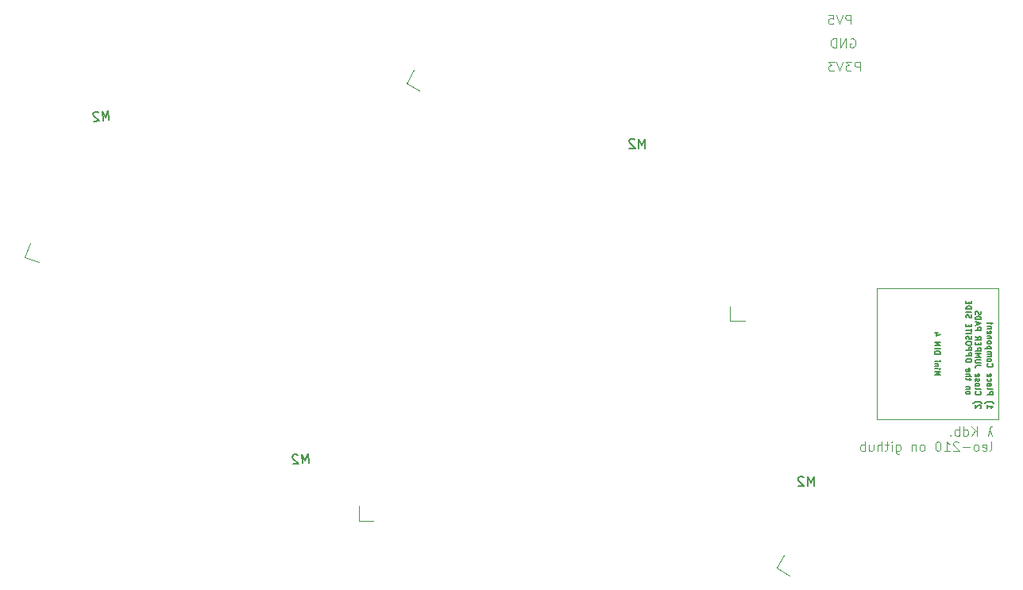
<source format=gbr>
%TF.GenerationSoftware,KiCad,Pcbnew,9.0.3*%
%TF.CreationDate,2025-07-20T18:48:36+02:00*%
%TF.ProjectId,kdb-v1,6b64622d-7631-42e6-9b69-6361645f7063,v1.0.0*%
%TF.SameCoordinates,Original*%
%TF.FileFunction,Legend,Bot*%
%TF.FilePolarity,Positive*%
%FSLAX46Y46*%
G04 Gerber Fmt 4.6, Leading zero omitted, Abs format (unit mm)*
G04 Created by KiCad (PCBNEW 9.0.3) date 2025-07-20 18:48:36*
%MOMM*%
%LPD*%
G01*
G04 APERTURE LIST*
%ADD10C,0.125000*%
%ADD11C,0.150000*%
%ADD12C,0.100000*%
%ADD13C,0.120000*%
G04 APERTURE END LIST*
D10*
X203036811Y-91094508D02*
X203274906Y-91761175D01*
X203274906Y-90761175D02*
X203179668Y-90761175D01*
X203179668Y-90761175D02*
X203132049Y-90808794D01*
X203132049Y-90808794D02*
X203036811Y-91094508D01*
X203036811Y-91094508D02*
X202798716Y-91761175D01*
X201655858Y-91761175D02*
X201655858Y-90761175D01*
X201084430Y-91761175D02*
X201513001Y-91189746D01*
X201084430Y-90761175D02*
X201655858Y-91332603D01*
X200227287Y-91761175D02*
X200227287Y-90761175D01*
X200227287Y-91713556D02*
X200322525Y-91761175D01*
X200322525Y-91761175D02*
X200513001Y-91761175D01*
X200513001Y-91761175D02*
X200608239Y-91713556D01*
X200608239Y-91713556D02*
X200655858Y-91665936D01*
X200655858Y-91665936D02*
X200703477Y-91570698D01*
X200703477Y-91570698D02*
X200703477Y-91284984D01*
X200703477Y-91284984D02*
X200655858Y-91189746D01*
X200655858Y-91189746D02*
X200608239Y-91142127D01*
X200608239Y-91142127D02*
X200513001Y-91094508D01*
X200513001Y-91094508D02*
X200322525Y-91094508D01*
X200322525Y-91094508D02*
X200227287Y-91142127D01*
X199751096Y-91761175D02*
X199751096Y-90761175D01*
X199751096Y-91142127D02*
X199655858Y-91094508D01*
X199655858Y-91094508D02*
X199465382Y-91094508D01*
X199465382Y-91094508D02*
X199370144Y-91142127D01*
X199370144Y-91142127D02*
X199322525Y-91189746D01*
X199322525Y-91189746D02*
X199274906Y-91284984D01*
X199274906Y-91284984D02*
X199274906Y-91570698D01*
X199274906Y-91570698D02*
X199322525Y-91665936D01*
X199322525Y-91665936D02*
X199370144Y-91713556D01*
X199370144Y-91713556D02*
X199465382Y-91761175D01*
X199465382Y-91761175D02*
X199655858Y-91761175D01*
X199655858Y-91761175D02*
X199751096Y-91713556D01*
X198846334Y-91665936D02*
X198798715Y-91713556D01*
X198798715Y-91713556D02*
X198846334Y-91761175D01*
X198846334Y-91761175D02*
X198893953Y-91713556D01*
X198893953Y-91713556D02*
X198846334Y-91665936D01*
X198846334Y-91665936D02*
X198846334Y-91761175D01*
X203036811Y-93371119D02*
X203132049Y-93323500D01*
X203132049Y-93323500D02*
X203179668Y-93228261D01*
X203179668Y-93228261D02*
X203179668Y-92371119D01*
X202274906Y-93323500D02*
X202370144Y-93371119D01*
X202370144Y-93371119D02*
X202560620Y-93371119D01*
X202560620Y-93371119D02*
X202655858Y-93323500D01*
X202655858Y-93323500D02*
X202703477Y-93228261D01*
X202703477Y-93228261D02*
X202703477Y-92847309D01*
X202703477Y-92847309D02*
X202655858Y-92752071D01*
X202655858Y-92752071D02*
X202560620Y-92704452D01*
X202560620Y-92704452D02*
X202370144Y-92704452D01*
X202370144Y-92704452D02*
X202274906Y-92752071D01*
X202274906Y-92752071D02*
X202227287Y-92847309D01*
X202227287Y-92847309D02*
X202227287Y-92942547D01*
X202227287Y-92942547D02*
X202703477Y-93037785D01*
X201655858Y-93371119D02*
X201751096Y-93323500D01*
X201751096Y-93323500D02*
X201798715Y-93275880D01*
X201798715Y-93275880D02*
X201846334Y-93180642D01*
X201846334Y-93180642D02*
X201846334Y-92894928D01*
X201846334Y-92894928D02*
X201798715Y-92799690D01*
X201798715Y-92799690D02*
X201751096Y-92752071D01*
X201751096Y-92752071D02*
X201655858Y-92704452D01*
X201655858Y-92704452D02*
X201513001Y-92704452D01*
X201513001Y-92704452D02*
X201417763Y-92752071D01*
X201417763Y-92752071D02*
X201370144Y-92799690D01*
X201370144Y-92799690D02*
X201322525Y-92894928D01*
X201322525Y-92894928D02*
X201322525Y-93180642D01*
X201322525Y-93180642D02*
X201370144Y-93275880D01*
X201370144Y-93275880D02*
X201417763Y-93323500D01*
X201417763Y-93323500D02*
X201513001Y-93371119D01*
X201513001Y-93371119D02*
X201655858Y-93371119D01*
X200893953Y-92990166D02*
X200132049Y-92990166D01*
X199703477Y-92466357D02*
X199655858Y-92418738D01*
X199655858Y-92418738D02*
X199560620Y-92371119D01*
X199560620Y-92371119D02*
X199322525Y-92371119D01*
X199322525Y-92371119D02*
X199227287Y-92418738D01*
X199227287Y-92418738D02*
X199179668Y-92466357D01*
X199179668Y-92466357D02*
X199132049Y-92561595D01*
X199132049Y-92561595D02*
X199132049Y-92656833D01*
X199132049Y-92656833D02*
X199179668Y-92799690D01*
X199179668Y-92799690D02*
X199751096Y-93371119D01*
X199751096Y-93371119D02*
X199132049Y-93371119D01*
X198179668Y-93371119D02*
X198751096Y-93371119D01*
X198465382Y-93371119D02*
X198465382Y-92371119D01*
X198465382Y-92371119D02*
X198560620Y-92513976D01*
X198560620Y-92513976D02*
X198655858Y-92609214D01*
X198655858Y-92609214D02*
X198751096Y-92656833D01*
X197560620Y-92371119D02*
X197465382Y-92371119D01*
X197465382Y-92371119D02*
X197370144Y-92418738D01*
X197370144Y-92418738D02*
X197322525Y-92466357D01*
X197322525Y-92466357D02*
X197274906Y-92561595D01*
X197274906Y-92561595D02*
X197227287Y-92752071D01*
X197227287Y-92752071D02*
X197227287Y-92990166D01*
X197227287Y-92990166D02*
X197274906Y-93180642D01*
X197274906Y-93180642D02*
X197322525Y-93275880D01*
X197322525Y-93275880D02*
X197370144Y-93323500D01*
X197370144Y-93323500D02*
X197465382Y-93371119D01*
X197465382Y-93371119D02*
X197560620Y-93371119D01*
X197560620Y-93371119D02*
X197655858Y-93323500D01*
X197655858Y-93323500D02*
X197703477Y-93275880D01*
X197703477Y-93275880D02*
X197751096Y-93180642D01*
X197751096Y-93180642D02*
X197798715Y-92990166D01*
X197798715Y-92990166D02*
X197798715Y-92752071D01*
X197798715Y-92752071D02*
X197751096Y-92561595D01*
X197751096Y-92561595D02*
X197703477Y-92466357D01*
X197703477Y-92466357D02*
X197655858Y-92418738D01*
X197655858Y-92418738D02*
X197560620Y-92371119D01*
X195893953Y-93371119D02*
X195989191Y-93323500D01*
X195989191Y-93323500D02*
X196036810Y-93275880D01*
X196036810Y-93275880D02*
X196084429Y-93180642D01*
X196084429Y-93180642D02*
X196084429Y-92894928D01*
X196084429Y-92894928D02*
X196036810Y-92799690D01*
X196036810Y-92799690D02*
X195989191Y-92752071D01*
X195989191Y-92752071D02*
X195893953Y-92704452D01*
X195893953Y-92704452D02*
X195751096Y-92704452D01*
X195751096Y-92704452D02*
X195655858Y-92752071D01*
X195655858Y-92752071D02*
X195608239Y-92799690D01*
X195608239Y-92799690D02*
X195560620Y-92894928D01*
X195560620Y-92894928D02*
X195560620Y-93180642D01*
X195560620Y-93180642D02*
X195608239Y-93275880D01*
X195608239Y-93275880D02*
X195655858Y-93323500D01*
X195655858Y-93323500D02*
X195751096Y-93371119D01*
X195751096Y-93371119D02*
X195893953Y-93371119D01*
X195132048Y-92704452D02*
X195132048Y-93371119D01*
X195132048Y-92799690D02*
X195084429Y-92752071D01*
X195084429Y-92752071D02*
X194989191Y-92704452D01*
X194989191Y-92704452D02*
X194846334Y-92704452D01*
X194846334Y-92704452D02*
X194751096Y-92752071D01*
X194751096Y-92752071D02*
X194703477Y-92847309D01*
X194703477Y-92847309D02*
X194703477Y-93371119D01*
X193036810Y-92704452D02*
X193036810Y-93513976D01*
X193036810Y-93513976D02*
X193084429Y-93609214D01*
X193084429Y-93609214D02*
X193132048Y-93656833D01*
X193132048Y-93656833D02*
X193227286Y-93704452D01*
X193227286Y-93704452D02*
X193370143Y-93704452D01*
X193370143Y-93704452D02*
X193465381Y-93656833D01*
X193036810Y-93323500D02*
X193132048Y-93371119D01*
X193132048Y-93371119D02*
X193322524Y-93371119D01*
X193322524Y-93371119D02*
X193417762Y-93323500D01*
X193417762Y-93323500D02*
X193465381Y-93275880D01*
X193465381Y-93275880D02*
X193513000Y-93180642D01*
X193513000Y-93180642D02*
X193513000Y-92894928D01*
X193513000Y-92894928D02*
X193465381Y-92799690D01*
X193465381Y-92799690D02*
X193417762Y-92752071D01*
X193417762Y-92752071D02*
X193322524Y-92704452D01*
X193322524Y-92704452D02*
X193132048Y-92704452D01*
X193132048Y-92704452D02*
X193036810Y-92752071D01*
X192560619Y-93371119D02*
X192560619Y-92704452D01*
X192560619Y-92371119D02*
X192608238Y-92418738D01*
X192608238Y-92418738D02*
X192560619Y-92466357D01*
X192560619Y-92466357D02*
X192513000Y-92418738D01*
X192513000Y-92418738D02*
X192560619Y-92371119D01*
X192560619Y-92371119D02*
X192560619Y-92466357D01*
X192227286Y-92704452D02*
X191846334Y-92704452D01*
X192084429Y-92371119D02*
X192084429Y-93228261D01*
X192084429Y-93228261D02*
X192036810Y-93323500D01*
X192036810Y-93323500D02*
X191941572Y-93371119D01*
X191941572Y-93371119D02*
X191846334Y-93371119D01*
X191513000Y-93371119D02*
X191513000Y-92371119D01*
X191084429Y-93371119D02*
X191084429Y-92847309D01*
X191084429Y-92847309D02*
X191132048Y-92752071D01*
X191132048Y-92752071D02*
X191227286Y-92704452D01*
X191227286Y-92704452D02*
X191370143Y-92704452D01*
X191370143Y-92704452D02*
X191465381Y-92752071D01*
X191465381Y-92752071D02*
X191513000Y-92799690D01*
X190179667Y-92704452D02*
X190179667Y-93371119D01*
X190608238Y-92704452D02*
X190608238Y-93228261D01*
X190608238Y-93228261D02*
X190560619Y-93323500D01*
X190560619Y-93323500D02*
X190465381Y-93371119D01*
X190465381Y-93371119D02*
X190322524Y-93371119D01*
X190322524Y-93371119D02*
X190227286Y-93323500D01*
X190227286Y-93323500D02*
X190179667Y-93275880D01*
X189703476Y-93371119D02*
X189703476Y-92371119D01*
X189703476Y-92752071D02*
X189608238Y-92704452D01*
X189608238Y-92704452D02*
X189417762Y-92704452D01*
X189417762Y-92704452D02*
X189322524Y-92752071D01*
X189322524Y-92752071D02*
X189274905Y-92799690D01*
X189274905Y-92799690D02*
X189227286Y-92894928D01*
X189227286Y-92894928D02*
X189227286Y-93180642D01*
X189227286Y-93180642D02*
X189274905Y-93275880D01*
X189274905Y-93275880D02*
X189322524Y-93323500D01*
X189322524Y-93323500D02*
X189417762Y-93371119D01*
X189417762Y-93371119D02*
X189608238Y-93371119D01*
X189608238Y-93371119D02*
X189703476Y-93323500D01*
D11*
X130411934Y-94631045D02*
X130324778Y-93634850D01*
X130324778Y-93634850D02*
X130054967Y-94375470D01*
X130054967Y-94375470D02*
X129660648Y-93692954D01*
X129660648Y-93692954D02*
X129747804Y-94689149D01*
X129242008Y-93825182D02*
X129190420Y-93781895D01*
X129190420Y-93781895D02*
X129091394Y-93742758D01*
X129091394Y-93742758D02*
X128854205Y-93763509D01*
X128854205Y-93763509D02*
X128763480Y-93819247D01*
X128763480Y-93819247D02*
X128720192Y-93870835D01*
X128720192Y-93870835D02*
X128681055Y-93969861D01*
X128681055Y-93969861D02*
X128689355Y-94064737D01*
X128689355Y-94064737D02*
X128749244Y-94202900D01*
X128749244Y-94202900D02*
X129368301Y-94722351D01*
X129368301Y-94722351D02*
X128751610Y-94776305D01*
D10*
X188155859Y-49418738D02*
X188251097Y-49371119D01*
X188251097Y-49371119D02*
X188393954Y-49371119D01*
X188393954Y-49371119D02*
X188536811Y-49418738D01*
X188536811Y-49418738D02*
X188632049Y-49513976D01*
X188632049Y-49513976D02*
X188679668Y-49609214D01*
X188679668Y-49609214D02*
X188727287Y-49799690D01*
X188727287Y-49799690D02*
X188727287Y-49942547D01*
X188727287Y-49942547D02*
X188679668Y-50133023D01*
X188679668Y-50133023D02*
X188632049Y-50228261D01*
X188632049Y-50228261D02*
X188536811Y-50323500D01*
X188536811Y-50323500D02*
X188393954Y-50371119D01*
X188393954Y-50371119D02*
X188298716Y-50371119D01*
X188298716Y-50371119D02*
X188155859Y-50323500D01*
X188155859Y-50323500D02*
X188108240Y-50275880D01*
X188108240Y-50275880D02*
X188108240Y-49942547D01*
X188108240Y-49942547D02*
X188298716Y-49942547D01*
X187679668Y-50371119D02*
X187679668Y-49371119D01*
X187679668Y-49371119D02*
X187108240Y-50371119D01*
X187108240Y-50371119D02*
X187108240Y-49371119D01*
X186632049Y-50371119D02*
X186632049Y-49371119D01*
X186632049Y-49371119D02*
X186393954Y-49371119D01*
X186393954Y-49371119D02*
X186251097Y-49418738D01*
X186251097Y-49418738D02*
X186155859Y-49513976D01*
X186155859Y-49513976D02*
X186108240Y-49609214D01*
X186108240Y-49609214D02*
X186060621Y-49799690D01*
X186060621Y-49799690D02*
X186060621Y-49942547D01*
X186060621Y-49942547D02*
X186108240Y-50133023D01*
X186108240Y-50133023D02*
X186155859Y-50228261D01*
X186155859Y-50228261D02*
X186251097Y-50323500D01*
X186251097Y-50323500D02*
X186393954Y-50371119D01*
X186393954Y-50371119D02*
X186632049Y-50371119D01*
D11*
X184257388Y-97097229D02*
X184257388Y-96097229D01*
X184257388Y-96097229D02*
X183924055Y-96811514D01*
X183924055Y-96811514D02*
X183590722Y-96097229D01*
X183590722Y-96097229D02*
X183590722Y-97097229D01*
X183162150Y-96192467D02*
X183114531Y-96144848D01*
X183114531Y-96144848D02*
X183019293Y-96097229D01*
X183019293Y-96097229D02*
X182781198Y-96097229D01*
X182781198Y-96097229D02*
X182685960Y-96144848D01*
X182685960Y-96144848D02*
X182638341Y-96192467D01*
X182638341Y-96192467D02*
X182590722Y-96287705D01*
X182590722Y-96287705D02*
X182590722Y-96382943D01*
X182590722Y-96382943D02*
X182638341Y-96525800D01*
X182638341Y-96525800D02*
X183209769Y-97097229D01*
X183209769Y-97097229D02*
X182590722Y-97097229D01*
X109146723Y-58095401D02*
X109059567Y-57099206D01*
X109059567Y-57099206D02*
X108789756Y-57839826D01*
X108789756Y-57839826D02*
X108395437Y-57157310D01*
X108395437Y-57157310D02*
X108482593Y-58153505D01*
X107976797Y-57289538D02*
X107925209Y-57246251D01*
X107925209Y-57246251D02*
X107826183Y-57207114D01*
X107826183Y-57207114D02*
X107588994Y-57227865D01*
X107588994Y-57227865D02*
X107498269Y-57283603D01*
X107498269Y-57283603D02*
X107454981Y-57335191D01*
X107454981Y-57335191D02*
X107415844Y-57434217D01*
X107415844Y-57434217D02*
X107424144Y-57529093D01*
X107424144Y-57529093D02*
X107484033Y-57667256D01*
X107484033Y-57667256D02*
X108103090Y-58186707D01*
X108103090Y-58186707D02*
X107486399Y-58240661D01*
X166257388Y-61097229D02*
X166257388Y-60097229D01*
X166257388Y-60097229D02*
X165924055Y-60811514D01*
X165924055Y-60811514D02*
X165590722Y-60097229D01*
X165590722Y-60097229D02*
X165590722Y-61097229D01*
X165162150Y-60192467D02*
X165114531Y-60144848D01*
X165114531Y-60144848D02*
X165019293Y-60097229D01*
X165019293Y-60097229D02*
X164781198Y-60097229D01*
X164781198Y-60097229D02*
X164685960Y-60144848D01*
X164685960Y-60144848D02*
X164638341Y-60192467D01*
X164638341Y-60192467D02*
X164590722Y-60287705D01*
X164590722Y-60287705D02*
X164590722Y-60382943D01*
X164590722Y-60382943D02*
X164638341Y-60525800D01*
X164638341Y-60525800D02*
X165209769Y-61097229D01*
X165209769Y-61097229D02*
X164590722Y-61097229D01*
D10*
X189179668Y-52871119D02*
X189179668Y-51871119D01*
X189179668Y-51871119D02*
X188798716Y-51871119D01*
X188798716Y-51871119D02*
X188703478Y-51918738D01*
X188703478Y-51918738D02*
X188655859Y-51966357D01*
X188655859Y-51966357D02*
X188608240Y-52061595D01*
X188608240Y-52061595D02*
X188608240Y-52204452D01*
X188608240Y-52204452D02*
X188655859Y-52299690D01*
X188655859Y-52299690D02*
X188703478Y-52347309D01*
X188703478Y-52347309D02*
X188798716Y-52394928D01*
X188798716Y-52394928D02*
X189179668Y-52394928D01*
X188274906Y-51871119D02*
X187655859Y-51871119D01*
X187655859Y-51871119D02*
X187989192Y-52252071D01*
X187989192Y-52252071D02*
X187846335Y-52252071D01*
X187846335Y-52252071D02*
X187751097Y-52299690D01*
X187751097Y-52299690D02*
X187703478Y-52347309D01*
X187703478Y-52347309D02*
X187655859Y-52442547D01*
X187655859Y-52442547D02*
X187655859Y-52680642D01*
X187655859Y-52680642D02*
X187703478Y-52775880D01*
X187703478Y-52775880D02*
X187751097Y-52823500D01*
X187751097Y-52823500D02*
X187846335Y-52871119D01*
X187846335Y-52871119D02*
X188132049Y-52871119D01*
X188132049Y-52871119D02*
X188227287Y-52823500D01*
X188227287Y-52823500D02*
X188274906Y-52775880D01*
X187370144Y-51871119D02*
X187036811Y-52871119D01*
X187036811Y-52871119D02*
X186703478Y-51871119D01*
X186465382Y-51871119D02*
X185846335Y-51871119D01*
X185846335Y-51871119D02*
X186179668Y-52252071D01*
X186179668Y-52252071D02*
X186036811Y-52252071D01*
X186036811Y-52252071D02*
X185941573Y-52299690D01*
X185941573Y-52299690D02*
X185893954Y-52347309D01*
X185893954Y-52347309D02*
X185846335Y-52442547D01*
X185846335Y-52442547D02*
X185846335Y-52680642D01*
X185846335Y-52680642D02*
X185893954Y-52775880D01*
X185893954Y-52775880D02*
X185941573Y-52823500D01*
X185941573Y-52823500D02*
X186036811Y-52871119D01*
X186036811Y-52871119D02*
X186322525Y-52871119D01*
X186322525Y-52871119D02*
X186417763Y-52823500D01*
X186417763Y-52823500D02*
X186465382Y-52775880D01*
X188179668Y-47871119D02*
X188179668Y-46871119D01*
X188179668Y-46871119D02*
X187798716Y-46871119D01*
X187798716Y-46871119D02*
X187703478Y-46918738D01*
X187703478Y-46918738D02*
X187655859Y-46966357D01*
X187655859Y-46966357D02*
X187608240Y-47061595D01*
X187608240Y-47061595D02*
X187608240Y-47204452D01*
X187608240Y-47204452D02*
X187655859Y-47299690D01*
X187655859Y-47299690D02*
X187703478Y-47347309D01*
X187703478Y-47347309D02*
X187798716Y-47394928D01*
X187798716Y-47394928D02*
X188179668Y-47394928D01*
X187322525Y-46871119D02*
X186989192Y-47871119D01*
X186989192Y-47871119D02*
X186655859Y-46871119D01*
X185846335Y-46871119D02*
X186322525Y-46871119D01*
X186322525Y-46871119D02*
X186370144Y-47347309D01*
X186370144Y-47347309D02*
X186322525Y-47299690D01*
X186322525Y-47299690D02*
X186227287Y-47252071D01*
X186227287Y-47252071D02*
X185989192Y-47252071D01*
X185989192Y-47252071D02*
X185893954Y-47299690D01*
X185893954Y-47299690D02*
X185846335Y-47347309D01*
X185846335Y-47347309D02*
X185798716Y-47442547D01*
X185798716Y-47442547D02*
X185798716Y-47680642D01*
X185798716Y-47680642D02*
X185846335Y-47775880D01*
X185846335Y-47775880D02*
X185893954Y-47823500D01*
X185893954Y-47823500D02*
X185989192Y-47871119D01*
X185989192Y-47871119D02*
X186227287Y-47871119D01*
X186227287Y-47871119D02*
X186322525Y-47823500D01*
X186322525Y-47823500D02*
X186370144Y-47775880D01*
D11*
X197138093Y-85299551D02*
X197738093Y-85299551D01*
X197738093Y-85299551D02*
X197309522Y-85099551D01*
X197309522Y-85099551D02*
X197738093Y-84899551D01*
X197738093Y-84899551D02*
X197138093Y-84899551D01*
X197138093Y-84613837D02*
X197538093Y-84613837D01*
X197738093Y-84613837D02*
X197709522Y-84642409D01*
X197709522Y-84642409D02*
X197680950Y-84613837D01*
X197680950Y-84613837D02*
X197709522Y-84585266D01*
X197709522Y-84585266D02*
X197738093Y-84613837D01*
X197738093Y-84613837D02*
X197680950Y-84613837D01*
X197538093Y-84328123D02*
X197138093Y-84328123D01*
X197480950Y-84328123D02*
X197509522Y-84299552D01*
X197509522Y-84299552D02*
X197538093Y-84242409D01*
X197538093Y-84242409D02*
X197538093Y-84156695D01*
X197538093Y-84156695D02*
X197509522Y-84099552D01*
X197509522Y-84099552D02*
X197452379Y-84070981D01*
X197452379Y-84070981D02*
X197138093Y-84070981D01*
X197138093Y-83785266D02*
X197538093Y-83785266D01*
X197738093Y-83785266D02*
X197709522Y-83813838D01*
X197709522Y-83813838D02*
X197680950Y-83785266D01*
X197680950Y-83785266D02*
X197709522Y-83756695D01*
X197709522Y-83756695D02*
X197738093Y-83785266D01*
X197738093Y-83785266D02*
X197680950Y-83785266D01*
X197138093Y-83042409D02*
X197738093Y-83042409D01*
X197738093Y-83042409D02*
X197738093Y-82899552D01*
X197738093Y-82899552D02*
X197709522Y-82813838D01*
X197709522Y-82813838D02*
X197652379Y-82756695D01*
X197652379Y-82756695D02*
X197595236Y-82728124D01*
X197595236Y-82728124D02*
X197480950Y-82699552D01*
X197480950Y-82699552D02*
X197395236Y-82699552D01*
X197395236Y-82699552D02*
X197280950Y-82728124D01*
X197280950Y-82728124D02*
X197223807Y-82756695D01*
X197223807Y-82756695D02*
X197166665Y-82813838D01*
X197166665Y-82813838D02*
X197138093Y-82899552D01*
X197138093Y-82899552D02*
X197138093Y-83042409D01*
X197138093Y-82442409D02*
X197738093Y-82442409D01*
X197138093Y-82156695D02*
X197738093Y-82156695D01*
X197738093Y-82156695D02*
X197138093Y-81813838D01*
X197138093Y-81813838D02*
X197738093Y-81813838D01*
X197538093Y-80813839D02*
X197138093Y-80813839D01*
X197766665Y-80956696D02*
X197338093Y-81099553D01*
X197338093Y-81099553D02*
X197338093Y-80728124D01*
X200489093Y-87215154D02*
X200517665Y-87272297D01*
X200517665Y-87272297D02*
X200546236Y-87300868D01*
X200546236Y-87300868D02*
X200603379Y-87329440D01*
X200603379Y-87329440D02*
X200774807Y-87329440D01*
X200774807Y-87329440D02*
X200831950Y-87300868D01*
X200831950Y-87300868D02*
X200860522Y-87272297D01*
X200860522Y-87272297D02*
X200889093Y-87215154D01*
X200889093Y-87215154D02*
X200889093Y-87129440D01*
X200889093Y-87129440D02*
X200860522Y-87072297D01*
X200860522Y-87072297D02*
X200831950Y-87043726D01*
X200831950Y-87043726D02*
X200774807Y-87015154D01*
X200774807Y-87015154D02*
X200603379Y-87015154D01*
X200603379Y-87015154D02*
X200546236Y-87043726D01*
X200546236Y-87043726D02*
X200517665Y-87072297D01*
X200517665Y-87072297D02*
X200489093Y-87129440D01*
X200489093Y-87129440D02*
X200489093Y-87215154D01*
X200889093Y-86758011D02*
X200489093Y-86758011D01*
X200831950Y-86758011D02*
X200860522Y-86729440D01*
X200860522Y-86729440D02*
X200889093Y-86672297D01*
X200889093Y-86672297D02*
X200889093Y-86586583D01*
X200889093Y-86586583D02*
X200860522Y-86529440D01*
X200860522Y-86529440D02*
X200803379Y-86500869D01*
X200803379Y-86500869D02*
X200489093Y-86500869D01*
X200889093Y-85843726D02*
X200889093Y-85615154D01*
X201089093Y-85758011D02*
X200574807Y-85758011D01*
X200574807Y-85758011D02*
X200517665Y-85729440D01*
X200517665Y-85729440D02*
X200489093Y-85672297D01*
X200489093Y-85672297D02*
X200489093Y-85615154D01*
X200489093Y-85415154D02*
X201089093Y-85415154D01*
X200489093Y-85158012D02*
X200803379Y-85158012D01*
X200803379Y-85158012D02*
X200860522Y-85186583D01*
X200860522Y-85186583D02*
X200889093Y-85243726D01*
X200889093Y-85243726D02*
X200889093Y-85329440D01*
X200889093Y-85329440D02*
X200860522Y-85386583D01*
X200860522Y-85386583D02*
X200831950Y-85415154D01*
X200517665Y-84643726D02*
X200489093Y-84700869D01*
X200489093Y-84700869D02*
X200489093Y-84815155D01*
X200489093Y-84815155D02*
X200517665Y-84872297D01*
X200517665Y-84872297D02*
X200574807Y-84900869D01*
X200574807Y-84900869D02*
X200803379Y-84900869D01*
X200803379Y-84900869D02*
X200860522Y-84872297D01*
X200860522Y-84872297D02*
X200889093Y-84815155D01*
X200889093Y-84815155D02*
X200889093Y-84700869D01*
X200889093Y-84700869D02*
X200860522Y-84643726D01*
X200860522Y-84643726D02*
X200803379Y-84615155D01*
X200803379Y-84615155D02*
X200746236Y-84615155D01*
X200746236Y-84615155D02*
X200689093Y-84900869D01*
X201089093Y-83786583D02*
X201089093Y-83672297D01*
X201089093Y-83672297D02*
X201060522Y-83615154D01*
X201060522Y-83615154D02*
X201003379Y-83558011D01*
X201003379Y-83558011D02*
X200889093Y-83529440D01*
X200889093Y-83529440D02*
X200689093Y-83529440D01*
X200689093Y-83529440D02*
X200574807Y-83558011D01*
X200574807Y-83558011D02*
X200517665Y-83615154D01*
X200517665Y-83615154D02*
X200489093Y-83672297D01*
X200489093Y-83672297D02*
X200489093Y-83786583D01*
X200489093Y-83786583D02*
X200517665Y-83843726D01*
X200517665Y-83843726D02*
X200574807Y-83900868D01*
X200574807Y-83900868D02*
X200689093Y-83929440D01*
X200689093Y-83929440D02*
X200889093Y-83929440D01*
X200889093Y-83929440D02*
X201003379Y-83900868D01*
X201003379Y-83900868D02*
X201060522Y-83843726D01*
X201060522Y-83843726D02*
X201089093Y-83786583D01*
X200489093Y-83272297D02*
X201089093Y-83272297D01*
X201089093Y-83272297D02*
X201089093Y-83043726D01*
X201089093Y-83043726D02*
X201060522Y-82986583D01*
X201060522Y-82986583D02*
X201031950Y-82958012D01*
X201031950Y-82958012D02*
X200974807Y-82929440D01*
X200974807Y-82929440D02*
X200889093Y-82929440D01*
X200889093Y-82929440D02*
X200831950Y-82958012D01*
X200831950Y-82958012D02*
X200803379Y-82986583D01*
X200803379Y-82986583D02*
X200774807Y-83043726D01*
X200774807Y-83043726D02*
X200774807Y-83272297D01*
X200489093Y-82672297D02*
X201089093Y-82672297D01*
X201089093Y-82672297D02*
X201089093Y-82443726D01*
X201089093Y-82443726D02*
X201060522Y-82386583D01*
X201060522Y-82386583D02*
X201031950Y-82358012D01*
X201031950Y-82358012D02*
X200974807Y-82329440D01*
X200974807Y-82329440D02*
X200889093Y-82329440D01*
X200889093Y-82329440D02*
X200831950Y-82358012D01*
X200831950Y-82358012D02*
X200803379Y-82386583D01*
X200803379Y-82386583D02*
X200774807Y-82443726D01*
X200774807Y-82443726D02*
X200774807Y-82672297D01*
X201089093Y-81958012D02*
X201089093Y-81843726D01*
X201089093Y-81843726D02*
X201060522Y-81786583D01*
X201060522Y-81786583D02*
X201003379Y-81729440D01*
X201003379Y-81729440D02*
X200889093Y-81700869D01*
X200889093Y-81700869D02*
X200689093Y-81700869D01*
X200689093Y-81700869D02*
X200574807Y-81729440D01*
X200574807Y-81729440D02*
X200517665Y-81786583D01*
X200517665Y-81786583D02*
X200489093Y-81843726D01*
X200489093Y-81843726D02*
X200489093Y-81958012D01*
X200489093Y-81958012D02*
X200517665Y-82015155D01*
X200517665Y-82015155D02*
X200574807Y-82072297D01*
X200574807Y-82072297D02*
X200689093Y-82100869D01*
X200689093Y-82100869D02*
X200889093Y-82100869D01*
X200889093Y-82100869D02*
X201003379Y-82072297D01*
X201003379Y-82072297D02*
X201060522Y-82015155D01*
X201060522Y-82015155D02*
X201089093Y-81958012D01*
X200517665Y-81472298D02*
X200489093Y-81386584D01*
X200489093Y-81386584D02*
X200489093Y-81243726D01*
X200489093Y-81243726D02*
X200517665Y-81186584D01*
X200517665Y-81186584D02*
X200546236Y-81158012D01*
X200546236Y-81158012D02*
X200603379Y-81129441D01*
X200603379Y-81129441D02*
X200660522Y-81129441D01*
X200660522Y-81129441D02*
X200717665Y-81158012D01*
X200717665Y-81158012D02*
X200746236Y-81186584D01*
X200746236Y-81186584D02*
X200774807Y-81243726D01*
X200774807Y-81243726D02*
X200803379Y-81358012D01*
X200803379Y-81358012D02*
X200831950Y-81415155D01*
X200831950Y-81415155D02*
X200860522Y-81443726D01*
X200860522Y-81443726D02*
X200917665Y-81472298D01*
X200917665Y-81472298D02*
X200974807Y-81472298D01*
X200974807Y-81472298D02*
X201031950Y-81443726D01*
X201031950Y-81443726D02*
X201060522Y-81415155D01*
X201060522Y-81415155D02*
X201089093Y-81358012D01*
X201089093Y-81358012D02*
X201089093Y-81215155D01*
X201089093Y-81215155D02*
X201060522Y-81129441D01*
X200489093Y-80872297D02*
X201089093Y-80872297D01*
X201089093Y-80672298D02*
X201089093Y-80329441D01*
X200489093Y-80500869D02*
X201089093Y-80500869D01*
X200803379Y-80129440D02*
X200803379Y-79929440D01*
X200489093Y-79843726D02*
X200489093Y-80129440D01*
X200489093Y-80129440D02*
X201089093Y-80129440D01*
X201089093Y-80129440D02*
X201089093Y-79843726D01*
X200517665Y-79158012D02*
X200489093Y-79072298D01*
X200489093Y-79072298D02*
X200489093Y-78929440D01*
X200489093Y-78929440D02*
X200517665Y-78872298D01*
X200517665Y-78872298D02*
X200546236Y-78843726D01*
X200546236Y-78843726D02*
X200603379Y-78815155D01*
X200603379Y-78815155D02*
X200660522Y-78815155D01*
X200660522Y-78815155D02*
X200717665Y-78843726D01*
X200717665Y-78843726D02*
X200746236Y-78872298D01*
X200746236Y-78872298D02*
X200774807Y-78929440D01*
X200774807Y-78929440D02*
X200803379Y-79043726D01*
X200803379Y-79043726D02*
X200831950Y-79100869D01*
X200831950Y-79100869D02*
X200860522Y-79129440D01*
X200860522Y-79129440D02*
X200917665Y-79158012D01*
X200917665Y-79158012D02*
X200974807Y-79158012D01*
X200974807Y-79158012D02*
X201031950Y-79129440D01*
X201031950Y-79129440D02*
X201060522Y-79100869D01*
X201060522Y-79100869D02*
X201089093Y-79043726D01*
X201089093Y-79043726D02*
X201089093Y-78900869D01*
X201089093Y-78900869D02*
X201060522Y-78815155D01*
X200489093Y-78558011D02*
X201089093Y-78558011D01*
X200489093Y-78272297D02*
X201089093Y-78272297D01*
X201089093Y-78272297D02*
X201089093Y-78129440D01*
X201089093Y-78129440D02*
X201060522Y-78043726D01*
X201060522Y-78043726D02*
X201003379Y-77986583D01*
X201003379Y-77986583D02*
X200946236Y-77958012D01*
X200946236Y-77958012D02*
X200831950Y-77929440D01*
X200831950Y-77929440D02*
X200746236Y-77929440D01*
X200746236Y-77929440D02*
X200631950Y-77958012D01*
X200631950Y-77958012D02*
X200574807Y-77986583D01*
X200574807Y-77986583D02*
X200517665Y-78043726D01*
X200517665Y-78043726D02*
X200489093Y-78129440D01*
X200489093Y-78129440D02*
X200489093Y-78272297D01*
X200803379Y-77672297D02*
X200803379Y-77472297D01*
X200489093Y-77386583D02*
X200489093Y-77672297D01*
X200489093Y-77672297D02*
X201089093Y-77672297D01*
X201089093Y-77672297D02*
X201089093Y-77386583D01*
X202739093Y-88486583D02*
X202739093Y-88829440D01*
X202739093Y-88658011D02*
X203339093Y-88658011D01*
X203339093Y-88658011D02*
X203253379Y-88715154D01*
X203253379Y-88715154D02*
X203196236Y-88772297D01*
X203196236Y-88772297D02*
X203167665Y-88829440D01*
X202510522Y-88286582D02*
X202539093Y-88258011D01*
X202539093Y-88258011D02*
X202624807Y-88200868D01*
X202624807Y-88200868D02*
X202681950Y-88172297D01*
X202681950Y-88172297D02*
X202767665Y-88143725D01*
X202767665Y-88143725D02*
X202910522Y-88115154D01*
X202910522Y-88115154D02*
X203024807Y-88115154D01*
X203024807Y-88115154D02*
X203167665Y-88143725D01*
X203167665Y-88143725D02*
X203253379Y-88172297D01*
X203253379Y-88172297D02*
X203310522Y-88200868D01*
X203310522Y-88200868D02*
X203396236Y-88258011D01*
X203396236Y-88258011D02*
X203424807Y-88286582D01*
X202739093Y-87372296D02*
X203339093Y-87372296D01*
X203339093Y-87372296D02*
X203339093Y-87143725D01*
X203339093Y-87143725D02*
X203310522Y-87086582D01*
X203310522Y-87086582D02*
X203281950Y-87058011D01*
X203281950Y-87058011D02*
X203224807Y-87029439D01*
X203224807Y-87029439D02*
X203139093Y-87029439D01*
X203139093Y-87029439D02*
X203081950Y-87058011D01*
X203081950Y-87058011D02*
X203053379Y-87086582D01*
X203053379Y-87086582D02*
X203024807Y-87143725D01*
X203024807Y-87143725D02*
X203024807Y-87372296D01*
X202739093Y-86686582D02*
X202767665Y-86743725D01*
X202767665Y-86743725D02*
X202824807Y-86772296D01*
X202824807Y-86772296D02*
X203339093Y-86772296D01*
X202739093Y-86200868D02*
X203053379Y-86200868D01*
X203053379Y-86200868D02*
X203110522Y-86229439D01*
X203110522Y-86229439D02*
X203139093Y-86286582D01*
X203139093Y-86286582D02*
X203139093Y-86400868D01*
X203139093Y-86400868D02*
X203110522Y-86458010D01*
X202767665Y-86200868D02*
X202739093Y-86258010D01*
X202739093Y-86258010D02*
X202739093Y-86400868D01*
X202739093Y-86400868D02*
X202767665Y-86458010D01*
X202767665Y-86458010D02*
X202824807Y-86486582D01*
X202824807Y-86486582D02*
X202881950Y-86486582D01*
X202881950Y-86486582D02*
X202939093Y-86458010D01*
X202939093Y-86458010D02*
X202967665Y-86400868D01*
X202967665Y-86400868D02*
X202967665Y-86258010D01*
X202967665Y-86258010D02*
X202996236Y-86200868D01*
X202767665Y-85658011D02*
X202739093Y-85715153D01*
X202739093Y-85715153D02*
X202739093Y-85829439D01*
X202739093Y-85829439D02*
X202767665Y-85886582D01*
X202767665Y-85886582D02*
X202796236Y-85915153D01*
X202796236Y-85915153D02*
X202853379Y-85943725D01*
X202853379Y-85943725D02*
X203024807Y-85943725D01*
X203024807Y-85943725D02*
X203081950Y-85915153D01*
X203081950Y-85915153D02*
X203110522Y-85886582D01*
X203110522Y-85886582D02*
X203139093Y-85829439D01*
X203139093Y-85829439D02*
X203139093Y-85715153D01*
X203139093Y-85715153D02*
X203110522Y-85658011D01*
X202767665Y-85172296D02*
X202739093Y-85229439D01*
X202739093Y-85229439D02*
X202739093Y-85343725D01*
X202739093Y-85343725D02*
X202767665Y-85400867D01*
X202767665Y-85400867D02*
X202824807Y-85429439D01*
X202824807Y-85429439D02*
X203053379Y-85429439D01*
X203053379Y-85429439D02*
X203110522Y-85400867D01*
X203110522Y-85400867D02*
X203139093Y-85343725D01*
X203139093Y-85343725D02*
X203139093Y-85229439D01*
X203139093Y-85229439D02*
X203110522Y-85172296D01*
X203110522Y-85172296D02*
X203053379Y-85143725D01*
X203053379Y-85143725D02*
X202996236Y-85143725D01*
X202996236Y-85143725D02*
X202939093Y-85429439D01*
X202796236Y-84086581D02*
X202767665Y-84115153D01*
X202767665Y-84115153D02*
X202739093Y-84200867D01*
X202739093Y-84200867D02*
X202739093Y-84258010D01*
X202739093Y-84258010D02*
X202767665Y-84343724D01*
X202767665Y-84343724D02*
X202824807Y-84400867D01*
X202824807Y-84400867D02*
X202881950Y-84429438D01*
X202881950Y-84429438D02*
X202996236Y-84458010D01*
X202996236Y-84458010D02*
X203081950Y-84458010D01*
X203081950Y-84458010D02*
X203196236Y-84429438D01*
X203196236Y-84429438D02*
X203253379Y-84400867D01*
X203253379Y-84400867D02*
X203310522Y-84343724D01*
X203310522Y-84343724D02*
X203339093Y-84258010D01*
X203339093Y-84258010D02*
X203339093Y-84200867D01*
X203339093Y-84200867D02*
X203310522Y-84115153D01*
X203310522Y-84115153D02*
X203281950Y-84086581D01*
X202739093Y-83743724D02*
X202767665Y-83800867D01*
X202767665Y-83800867D02*
X202796236Y-83829438D01*
X202796236Y-83829438D02*
X202853379Y-83858010D01*
X202853379Y-83858010D02*
X203024807Y-83858010D01*
X203024807Y-83858010D02*
X203081950Y-83829438D01*
X203081950Y-83829438D02*
X203110522Y-83800867D01*
X203110522Y-83800867D02*
X203139093Y-83743724D01*
X203139093Y-83743724D02*
X203139093Y-83658010D01*
X203139093Y-83658010D02*
X203110522Y-83600867D01*
X203110522Y-83600867D02*
X203081950Y-83572296D01*
X203081950Y-83572296D02*
X203024807Y-83543724D01*
X203024807Y-83543724D02*
X202853379Y-83543724D01*
X202853379Y-83543724D02*
X202796236Y-83572296D01*
X202796236Y-83572296D02*
X202767665Y-83600867D01*
X202767665Y-83600867D02*
X202739093Y-83658010D01*
X202739093Y-83658010D02*
X202739093Y-83743724D01*
X202739093Y-83286581D02*
X203139093Y-83286581D01*
X203081950Y-83286581D02*
X203110522Y-83258010D01*
X203110522Y-83258010D02*
X203139093Y-83200867D01*
X203139093Y-83200867D02*
X203139093Y-83115153D01*
X203139093Y-83115153D02*
X203110522Y-83058010D01*
X203110522Y-83058010D02*
X203053379Y-83029439D01*
X203053379Y-83029439D02*
X202739093Y-83029439D01*
X203053379Y-83029439D02*
X203110522Y-83000867D01*
X203110522Y-83000867D02*
X203139093Y-82943724D01*
X203139093Y-82943724D02*
X203139093Y-82858010D01*
X203139093Y-82858010D02*
X203110522Y-82800867D01*
X203110522Y-82800867D02*
X203053379Y-82772296D01*
X203053379Y-82772296D02*
X202739093Y-82772296D01*
X203139093Y-82486581D02*
X202539093Y-82486581D01*
X203110522Y-82486581D02*
X203139093Y-82429439D01*
X203139093Y-82429439D02*
X203139093Y-82315153D01*
X203139093Y-82315153D02*
X203110522Y-82258010D01*
X203110522Y-82258010D02*
X203081950Y-82229439D01*
X203081950Y-82229439D02*
X203024807Y-82200867D01*
X203024807Y-82200867D02*
X202853379Y-82200867D01*
X202853379Y-82200867D02*
X202796236Y-82229439D01*
X202796236Y-82229439D02*
X202767665Y-82258010D01*
X202767665Y-82258010D02*
X202739093Y-82315153D01*
X202739093Y-82315153D02*
X202739093Y-82429439D01*
X202739093Y-82429439D02*
X202767665Y-82486581D01*
X202739093Y-81858010D02*
X202767665Y-81915153D01*
X202767665Y-81915153D02*
X202796236Y-81943724D01*
X202796236Y-81943724D02*
X202853379Y-81972296D01*
X202853379Y-81972296D02*
X203024807Y-81972296D01*
X203024807Y-81972296D02*
X203081950Y-81943724D01*
X203081950Y-81943724D02*
X203110522Y-81915153D01*
X203110522Y-81915153D02*
X203139093Y-81858010D01*
X203139093Y-81858010D02*
X203139093Y-81772296D01*
X203139093Y-81772296D02*
X203110522Y-81715153D01*
X203110522Y-81715153D02*
X203081950Y-81686582D01*
X203081950Y-81686582D02*
X203024807Y-81658010D01*
X203024807Y-81658010D02*
X202853379Y-81658010D01*
X202853379Y-81658010D02*
X202796236Y-81686582D01*
X202796236Y-81686582D02*
X202767665Y-81715153D01*
X202767665Y-81715153D02*
X202739093Y-81772296D01*
X202739093Y-81772296D02*
X202739093Y-81858010D01*
X203139093Y-81400867D02*
X202739093Y-81400867D01*
X203081950Y-81400867D02*
X203110522Y-81372296D01*
X203110522Y-81372296D02*
X203139093Y-81315153D01*
X203139093Y-81315153D02*
X203139093Y-81229439D01*
X203139093Y-81229439D02*
X203110522Y-81172296D01*
X203110522Y-81172296D02*
X203053379Y-81143725D01*
X203053379Y-81143725D02*
X202739093Y-81143725D01*
X202767665Y-80629439D02*
X202739093Y-80686582D01*
X202739093Y-80686582D02*
X202739093Y-80800868D01*
X202739093Y-80800868D02*
X202767665Y-80858010D01*
X202767665Y-80858010D02*
X202824807Y-80886582D01*
X202824807Y-80886582D02*
X203053379Y-80886582D01*
X203053379Y-80886582D02*
X203110522Y-80858010D01*
X203110522Y-80858010D02*
X203139093Y-80800868D01*
X203139093Y-80800868D02*
X203139093Y-80686582D01*
X203139093Y-80686582D02*
X203110522Y-80629439D01*
X203110522Y-80629439D02*
X203053379Y-80600868D01*
X203053379Y-80600868D02*
X202996236Y-80600868D01*
X202996236Y-80600868D02*
X202939093Y-80886582D01*
X203139093Y-80343724D02*
X202739093Y-80343724D01*
X203081950Y-80343724D02*
X203110522Y-80315153D01*
X203110522Y-80315153D02*
X203139093Y-80258010D01*
X203139093Y-80258010D02*
X203139093Y-80172296D01*
X203139093Y-80172296D02*
X203110522Y-80115153D01*
X203110522Y-80115153D02*
X203053379Y-80086582D01*
X203053379Y-80086582D02*
X202739093Y-80086582D01*
X203139093Y-79886582D02*
X203139093Y-79658010D01*
X203339093Y-79800867D02*
X202824807Y-79800867D01*
X202824807Y-79800867D02*
X202767665Y-79772296D01*
X202767665Y-79772296D02*
X202739093Y-79715153D01*
X202739093Y-79715153D02*
X202739093Y-79658010D01*
X202031950Y-88829440D02*
X202060522Y-88800868D01*
X202060522Y-88800868D02*
X202089093Y-88743726D01*
X202089093Y-88743726D02*
X202089093Y-88600868D01*
X202089093Y-88600868D02*
X202060522Y-88543726D01*
X202060522Y-88543726D02*
X202031950Y-88515154D01*
X202031950Y-88515154D02*
X201974807Y-88486583D01*
X201974807Y-88486583D02*
X201917665Y-88486583D01*
X201917665Y-88486583D02*
X201831950Y-88515154D01*
X201831950Y-88515154D02*
X201489093Y-88858011D01*
X201489093Y-88858011D02*
X201489093Y-88486583D01*
X201260522Y-88286582D02*
X201289093Y-88258011D01*
X201289093Y-88258011D02*
X201374807Y-88200868D01*
X201374807Y-88200868D02*
X201431950Y-88172297D01*
X201431950Y-88172297D02*
X201517665Y-88143725D01*
X201517665Y-88143725D02*
X201660522Y-88115154D01*
X201660522Y-88115154D02*
X201774807Y-88115154D01*
X201774807Y-88115154D02*
X201917665Y-88143725D01*
X201917665Y-88143725D02*
X202003379Y-88172297D01*
X202003379Y-88172297D02*
X202060522Y-88200868D01*
X202060522Y-88200868D02*
X202146236Y-88258011D01*
X202146236Y-88258011D02*
X202174807Y-88286582D01*
X201546236Y-87029439D02*
X201517665Y-87058011D01*
X201517665Y-87058011D02*
X201489093Y-87143725D01*
X201489093Y-87143725D02*
X201489093Y-87200868D01*
X201489093Y-87200868D02*
X201517665Y-87286582D01*
X201517665Y-87286582D02*
X201574807Y-87343725D01*
X201574807Y-87343725D02*
X201631950Y-87372296D01*
X201631950Y-87372296D02*
X201746236Y-87400868D01*
X201746236Y-87400868D02*
X201831950Y-87400868D01*
X201831950Y-87400868D02*
X201946236Y-87372296D01*
X201946236Y-87372296D02*
X202003379Y-87343725D01*
X202003379Y-87343725D02*
X202060522Y-87286582D01*
X202060522Y-87286582D02*
X202089093Y-87200868D01*
X202089093Y-87200868D02*
X202089093Y-87143725D01*
X202089093Y-87143725D02*
X202060522Y-87058011D01*
X202060522Y-87058011D02*
X202031950Y-87029439D01*
X201489093Y-86686582D02*
X201517665Y-86743725D01*
X201517665Y-86743725D02*
X201574807Y-86772296D01*
X201574807Y-86772296D02*
X202089093Y-86772296D01*
X201489093Y-86372296D02*
X201517665Y-86429439D01*
X201517665Y-86429439D02*
X201546236Y-86458010D01*
X201546236Y-86458010D02*
X201603379Y-86486582D01*
X201603379Y-86486582D02*
X201774807Y-86486582D01*
X201774807Y-86486582D02*
X201831950Y-86458010D01*
X201831950Y-86458010D02*
X201860522Y-86429439D01*
X201860522Y-86429439D02*
X201889093Y-86372296D01*
X201889093Y-86372296D02*
X201889093Y-86286582D01*
X201889093Y-86286582D02*
X201860522Y-86229439D01*
X201860522Y-86229439D02*
X201831950Y-86200868D01*
X201831950Y-86200868D02*
X201774807Y-86172296D01*
X201774807Y-86172296D02*
X201603379Y-86172296D01*
X201603379Y-86172296D02*
X201546236Y-86200868D01*
X201546236Y-86200868D02*
X201517665Y-86229439D01*
X201517665Y-86229439D02*
X201489093Y-86286582D01*
X201489093Y-86286582D02*
X201489093Y-86372296D01*
X201517665Y-85943725D02*
X201489093Y-85886582D01*
X201489093Y-85886582D02*
X201489093Y-85772296D01*
X201489093Y-85772296D02*
X201517665Y-85715153D01*
X201517665Y-85715153D02*
X201574807Y-85686582D01*
X201574807Y-85686582D02*
X201603379Y-85686582D01*
X201603379Y-85686582D02*
X201660522Y-85715153D01*
X201660522Y-85715153D02*
X201689093Y-85772296D01*
X201689093Y-85772296D02*
X201689093Y-85858011D01*
X201689093Y-85858011D02*
X201717665Y-85915153D01*
X201717665Y-85915153D02*
X201774807Y-85943725D01*
X201774807Y-85943725D02*
X201803379Y-85943725D01*
X201803379Y-85943725D02*
X201860522Y-85915153D01*
X201860522Y-85915153D02*
X201889093Y-85858011D01*
X201889093Y-85858011D02*
X201889093Y-85772296D01*
X201889093Y-85772296D02*
X201860522Y-85715153D01*
X201517665Y-85200868D02*
X201489093Y-85258011D01*
X201489093Y-85258011D02*
X201489093Y-85372297D01*
X201489093Y-85372297D02*
X201517665Y-85429439D01*
X201517665Y-85429439D02*
X201574807Y-85458011D01*
X201574807Y-85458011D02*
X201803379Y-85458011D01*
X201803379Y-85458011D02*
X201860522Y-85429439D01*
X201860522Y-85429439D02*
X201889093Y-85372297D01*
X201889093Y-85372297D02*
X201889093Y-85258011D01*
X201889093Y-85258011D02*
X201860522Y-85200868D01*
X201860522Y-85200868D02*
X201803379Y-85172297D01*
X201803379Y-85172297D02*
X201746236Y-85172297D01*
X201746236Y-85172297D02*
X201689093Y-85458011D01*
X202089093Y-84286582D02*
X201660522Y-84286582D01*
X201660522Y-84286582D02*
X201574807Y-84315153D01*
X201574807Y-84315153D02*
X201517665Y-84372296D01*
X201517665Y-84372296D02*
X201489093Y-84458010D01*
X201489093Y-84458010D02*
X201489093Y-84515153D01*
X202089093Y-84000867D02*
X201603379Y-84000867D01*
X201603379Y-84000867D02*
X201546236Y-83972296D01*
X201546236Y-83972296D02*
X201517665Y-83943725D01*
X201517665Y-83943725D02*
X201489093Y-83886582D01*
X201489093Y-83886582D02*
X201489093Y-83772296D01*
X201489093Y-83772296D02*
X201517665Y-83715153D01*
X201517665Y-83715153D02*
X201546236Y-83686582D01*
X201546236Y-83686582D02*
X201603379Y-83658010D01*
X201603379Y-83658010D02*
X202089093Y-83658010D01*
X201489093Y-83372296D02*
X202089093Y-83372296D01*
X202089093Y-83372296D02*
X201660522Y-83172296D01*
X201660522Y-83172296D02*
X202089093Y-82972296D01*
X202089093Y-82972296D02*
X201489093Y-82972296D01*
X201489093Y-82686582D02*
X202089093Y-82686582D01*
X202089093Y-82686582D02*
X202089093Y-82458011D01*
X202089093Y-82458011D02*
X202060522Y-82400868D01*
X202060522Y-82400868D02*
X202031950Y-82372297D01*
X202031950Y-82372297D02*
X201974807Y-82343725D01*
X201974807Y-82343725D02*
X201889093Y-82343725D01*
X201889093Y-82343725D02*
X201831950Y-82372297D01*
X201831950Y-82372297D02*
X201803379Y-82400868D01*
X201803379Y-82400868D02*
X201774807Y-82458011D01*
X201774807Y-82458011D02*
X201774807Y-82686582D01*
X201803379Y-82086582D02*
X201803379Y-81886582D01*
X201489093Y-81800868D02*
X201489093Y-82086582D01*
X201489093Y-82086582D02*
X202089093Y-82086582D01*
X202089093Y-82086582D02*
X202089093Y-81800868D01*
X201489093Y-81200868D02*
X201774807Y-81400868D01*
X201489093Y-81543725D02*
X202089093Y-81543725D01*
X202089093Y-81543725D02*
X202089093Y-81315154D01*
X202089093Y-81315154D02*
X202060522Y-81258011D01*
X202060522Y-81258011D02*
X202031950Y-81229440D01*
X202031950Y-81229440D02*
X201974807Y-81200868D01*
X201974807Y-81200868D02*
X201889093Y-81200868D01*
X201889093Y-81200868D02*
X201831950Y-81229440D01*
X201831950Y-81229440D02*
X201803379Y-81258011D01*
X201803379Y-81258011D02*
X201774807Y-81315154D01*
X201774807Y-81315154D02*
X201774807Y-81543725D01*
X201489093Y-80486582D02*
X202089093Y-80486582D01*
X202089093Y-80486582D02*
X202089093Y-80258011D01*
X202089093Y-80258011D02*
X202060522Y-80200868D01*
X202060522Y-80200868D02*
X202031950Y-80172297D01*
X202031950Y-80172297D02*
X201974807Y-80143725D01*
X201974807Y-80143725D02*
X201889093Y-80143725D01*
X201889093Y-80143725D02*
X201831950Y-80172297D01*
X201831950Y-80172297D02*
X201803379Y-80200868D01*
X201803379Y-80200868D02*
X201774807Y-80258011D01*
X201774807Y-80258011D02*
X201774807Y-80486582D01*
X201660522Y-79915154D02*
X201660522Y-79629440D01*
X201489093Y-79972297D02*
X202089093Y-79772297D01*
X202089093Y-79772297D02*
X201489093Y-79572297D01*
X201489093Y-79372296D02*
X202089093Y-79372296D01*
X202089093Y-79372296D02*
X202089093Y-79229439D01*
X202089093Y-79229439D02*
X202060522Y-79143725D01*
X202060522Y-79143725D02*
X202003379Y-79086582D01*
X202003379Y-79086582D02*
X201946236Y-79058011D01*
X201946236Y-79058011D02*
X201831950Y-79029439D01*
X201831950Y-79029439D02*
X201746236Y-79029439D01*
X201746236Y-79029439D02*
X201631950Y-79058011D01*
X201631950Y-79058011D02*
X201574807Y-79086582D01*
X201574807Y-79086582D02*
X201517665Y-79143725D01*
X201517665Y-79143725D02*
X201489093Y-79229439D01*
X201489093Y-79229439D02*
X201489093Y-79372296D01*
X201517665Y-78800868D02*
X201489093Y-78715154D01*
X201489093Y-78715154D02*
X201489093Y-78572296D01*
X201489093Y-78572296D02*
X201517665Y-78515154D01*
X201517665Y-78515154D02*
X201546236Y-78486582D01*
X201546236Y-78486582D02*
X201603379Y-78458011D01*
X201603379Y-78458011D02*
X201660522Y-78458011D01*
X201660522Y-78458011D02*
X201717665Y-78486582D01*
X201717665Y-78486582D02*
X201746236Y-78515154D01*
X201746236Y-78515154D02*
X201774807Y-78572296D01*
X201774807Y-78572296D02*
X201803379Y-78686582D01*
X201803379Y-78686582D02*
X201831950Y-78743725D01*
X201831950Y-78743725D02*
X201860522Y-78772296D01*
X201860522Y-78772296D02*
X201917665Y-78800868D01*
X201917665Y-78800868D02*
X201974807Y-78800868D01*
X201974807Y-78800868D02*
X202031950Y-78772296D01*
X202031950Y-78772296D02*
X202060522Y-78743725D01*
X202060522Y-78743725D02*
X202089093Y-78686582D01*
X202089093Y-78686582D02*
X202089093Y-78543725D01*
X202089093Y-78543725D02*
X202060522Y-78458011D01*
%TO.C,AdamTech-MDJ004FS1*%
D12*
X203907865Y-76042410D02*
X190957865Y-76042410D01*
X190957865Y-90042410D01*
X203907865Y-90042410D01*
X203907865Y-76042410D01*
D13*
%TO.C,LED5*%
X135747865Y-99242410D02*
X135747865Y-100842410D01*
X135747865Y-100842410D02*
X137347865Y-100842410D01*
%TO.C,LED4*%
X180276737Y-105850148D02*
X181662378Y-106650147D01*
X181076737Y-104464506D02*
X180276737Y-105850148D01*
%TO.C,LED3*%
X175347865Y-77942410D02*
X175347865Y-79542410D01*
X175347865Y-79542410D02*
X176947865Y-79542410D01*
%TO.C,LED2*%
X140856968Y-54178052D02*
X142242609Y-54978051D01*
X141656968Y-52792410D02*
X140856968Y-54178052D01*
%TO.C,LED1*%
X100169576Y-72691314D02*
X101673084Y-73238546D01*
X100716808Y-71187805D02*
X100169576Y-72691314D01*
%TD*%
M02*

</source>
